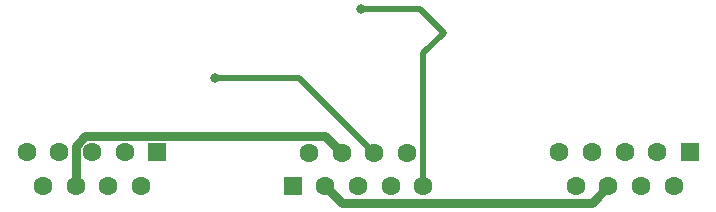
<source format=gbr>
%TF.GenerationSoftware,KiCad,Pcbnew,(6.0.1)*%
%TF.CreationDate,2023-01-17T21:15:05+08:00*%
%TF.ProjectId,TI99Joyadapter,54493939-4a6f-4796-9164-61707465722e,rev?*%
%TF.SameCoordinates,Original*%
%TF.FileFunction,Copper,L2,Bot*%
%TF.FilePolarity,Positive*%
%FSLAX46Y46*%
G04 Gerber Fmt 4.6, Leading zero omitted, Abs format (unit mm)*
G04 Created by KiCad (PCBNEW (6.0.1)) date 2023-01-17 21:15:05*
%MOMM*%
%LPD*%
G01*
G04 APERTURE LIST*
%TA.AperFunction,ComponentPad*%
%ADD10R,1.600000X1.600000*%
%TD*%
%TA.AperFunction,ComponentPad*%
%ADD11C,1.600000*%
%TD*%
%TA.AperFunction,ViaPad*%
%ADD12C,0.800000*%
%TD*%
%TA.AperFunction,Conductor*%
%ADD13C,0.500000*%
%TD*%
%TA.AperFunction,Conductor*%
%ADD14C,0.750000*%
%TD*%
G04 APERTURE END LIST*
D10*
%TO.P,J1,1,1*%
%TO.N,unconnected-(J1-Pad1)*%
X137400000Y-75190331D03*
D11*
%TO.P,J1,2,2*%
%TO.N,Net-(J1-Pad2)*%
X140170000Y-75190331D03*
%TO.P,J1,3,3*%
%TO.N,Net-(D10-Pad2)*%
X142940000Y-75190331D03*
%TO.P,J1,4,4*%
%TO.N,Net-(D7-Pad2)*%
X145710000Y-75190331D03*
%TO.P,J1,5,5*%
%TO.N,Net-(D3-Pad2)*%
X148480000Y-75190331D03*
%TO.P,J1,6,6*%
%TO.N,unconnected-(J1-Pad6)*%
X138785000Y-72350331D03*
%TO.P,J1,7,7*%
%TO.N,Net-(J1-Pad7)*%
X141555000Y-72350331D03*
%TO.P,J1,8,8*%
%TO.N,Net-(D5-Pad2)*%
X144325000Y-72350331D03*
%TO.P,J1,9,9*%
%TO.N,Net-(D1-Pad2)*%
X147095000Y-72350331D03*
%TD*%
D10*
%TO.P,J2,1,1*%
%TO.N,Net-(D9-Pad1)*%
X125950000Y-72309669D03*
D11*
%TO.P,J2,2,2*%
%TO.N,Net-(D5-Pad1)*%
X123180000Y-72309669D03*
%TO.P,J2,3,3*%
%TO.N,Net-(D3-Pad1)*%
X120410000Y-72309669D03*
%TO.P,J2,4,4*%
%TO.N,Net-(D1-Pad1)*%
X117640000Y-72309669D03*
%TO.P,J2,5,5*%
%TO.N,unconnected-(J2-Pad5)*%
X114870000Y-72309669D03*
%TO.P,J2,6,6*%
%TO.N,Net-(D7-Pad1)*%
X124565000Y-75149669D03*
%TO.P,J2,7,7*%
%TO.N,unconnected-(J2-Pad7)*%
X121795000Y-75149669D03*
%TO.P,J2,8,8*%
%TO.N,Net-(J1-Pad7)*%
X119025000Y-75149669D03*
%TO.P,J2,9,9*%
%TO.N,unconnected-(J2-Pad9)*%
X116255000Y-75149669D03*
%TD*%
D10*
%TO.P,J3,1,1*%
%TO.N,Net-(D10-Pad1)*%
X171050000Y-72309669D03*
D11*
%TO.P,J3,2,2*%
%TO.N,Net-(D6-Pad1)*%
X168280000Y-72309669D03*
%TO.P,J3,3,3*%
%TO.N,Net-(D4-Pad1)*%
X165510000Y-72309669D03*
%TO.P,J3,4,4*%
%TO.N,Net-(D2-Pad1)*%
X162740000Y-72309669D03*
%TO.P,J3,5,5*%
%TO.N,unconnected-(J3-Pad5)*%
X159970000Y-72309669D03*
%TO.P,J3,6,6*%
%TO.N,Net-(D8-Pad1)*%
X169665000Y-75149669D03*
%TO.P,J3,7,7*%
%TO.N,unconnected-(J3-Pad7)*%
X166895000Y-75149669D03*
%TO.P,J3,8,8*%
%TO.N,Net-(J1-Pad2)*%
X164125000Y-75149669D03*
%TO.P,J3,9,9*%
%TO.N,unconnected-(J3-Pad9)*%
X161355000Y-75149669D03*
%TD*%
D12*
%TO.N,Net-(D3-Pad2)*%
X143200000Y-60200000D03*
%TO.N,Net-(D5-Pad2)*%
X130800000Y-66000000D03*
%TD*%
D13*
%TO.N,Net-(D3-Pad2)*%
X148480000Y-63920000D02*
X148480000Y-75190331D01*
X143200000Y-60200000D02*
X148200000Y-60200000D01*
X148200000Y-60200000D02*
X150200000Y-62200000D01*
X150200000Y-62200000D02*
X148480000Y-63920000D01*
%TO.N,Net-(D5-Pad2)*%
X137974669Y-66000000D02*
X144325000Y-72350331D01*
X130800000Y-66000000D02*
X137974669Y-66000000D01*
D14*
%TO.N,Net-(J1-Pad2)*%
X162709827Y-76564842D02*
X141544511Y-76564842D01*
X164125000Y-75149669D02*
X162709827Y-76564842D01*
X141544511Y-76564842D02*
X140170000Y-75190331D01*
%TO.N,Net-(J1-Pad7)*%
X140139827Y-70935158D02*
X141555000Y-72350331D01*
X119840658Y-70935158D02*
X140139827Y-70935158D01*
X119025000Y-75149669D02*
X119025000Y-71750816D01*
X119025000Y-71750816D02*
X119840658Y-70935158D01*
%TD*%
M02*

</source>
